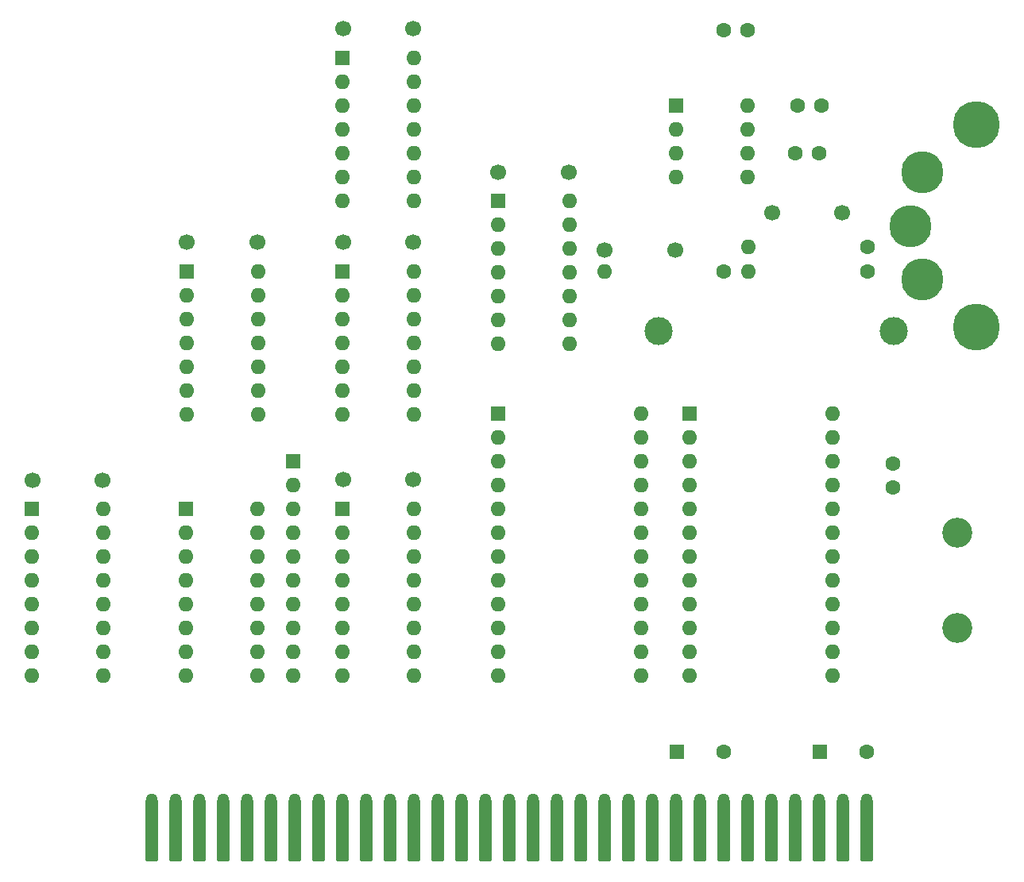
<source format=gts>
G04 #@! TF.GenerationSoftware,KiCad,Pcbnew,8.0.9*
G04 #@! TF.CreationDate,2025-03-24T20:53:25+01:00*
G04 #@! TF.ProjectId,Mindscape_Music_Board,4d696e64-7363-4617-9065-5f4d75736963,rev?*
G04 #@! TF.SameCoordinates,Original*
G04 #@! TF.FileFunction,Soldermask,Top*
G04 #@! TF.FilePolarity,Negative*
%FSLAX46Y46*%
G04 Gerber Fmt 4.6, Leading zero omitted, Abs format (unit mm)*
G04 Created by KiCad (PCBNEW 8.0.9) date 2025-03-24 20:53:25*
%MOMM*%
%LPD*%
G01*
G04 APERTURE LIST*
G04 Aperture macros list*
%AMRoundRect*
0 Rectangle with rounded corners*
0 $1 Rounding radius*
0 $2 $3 $4 $5 $6 $7 $8 $9 X,Y pos of 4 corners*
0 Add a 4 corners polygon primitive as box body*
4,1,4,$2,$3,$4,$5,$6,$7,$8,$9,$2,$3,0*
0 Add four circle primitives for the rounded corners*
1,1,$1+$1,$2,$3*
1,1,$1+$1,$4,$5*
1,1,$1+$1,$6,$7*
1,1,$1+$1,$8,$9*
0 Add four rect primitives between the rounded corners*
20,1,$1+$1,$2,$3,$4,$5,0*
20,1,$1+$1,$4,$5,$6,$7,0*
20,1,$1+$1,$6,$7,$8,$9,0*
20,1,$1+$1,$8,$9,$2,$3,0*%
G04 Aperture macros list end*
%ADD10C,1.600000*%
%ADD11R,1.600000X1.600000*%
%ADD12C,5.000000*%
%ADD13C,4.500000*%
%ADD14O,1.600000X1.600000*%
%ADD15C,1.300000*%
%ADD16RoundRect,0.065000X-0.585000X-3.235000X0.585000X-3.235000X0.585000X3.235000X-0.585000X3.235000X0*%
%ADD17C,3.200000*%
%ADD18C,1.700000*%
%ADD19C,3.000000*%
G04 APERTURE END LIST*
D10*
X146770000Y-67220000D03*
X149270000Y-67220000D03*
X157140000Y-102860000D03*
X157140000Y-100360000D03*
X141615113Y-54150000D03*
X139115113Y-54150000D03*
X147000000Y-62160000D03*
X149500000Y-62160000D03*
D11*
X149330000Y-131050000D03*
D10*
X154330000Y-131050000D03*
D11*
X134090000Y-131050000D03*
D10*
X139090000Y-131050000D03*
D12*
X166020000Y-64195000D03*
X166020000Y-85785000D03*
D13*
X160305000Y-69275000D03*
X159035000Y-74990000D03*
X160305000Y-80705000D03*
D11*
X135430000Y-94980000D03*
D14*
X135430000Y-97520000D03*
X135430000Y-100060000D03*
X135430000Y-102600000D03*
X135430000Y-105140000D03*
X135430000Y-107680000D03*
X135430000Y-110220000D03*
X135430000Y-112760000D03*
X135430000Y-115300000D03*
X135430000Y-117840000D03*
X135430000Y-120380000D03*
X135430000Y-122920000D03*
X150670000Y-122920000D03*
X150670000Y-120380000D03*
X150670000Y-117840000D03*
X150670000Y-115300000D03*
X150670000Y-112760000D03*
X150670000Y-110220000D03*
X150670000Y-107680000D03*
X150670000Y-105140000D03*
X150670000Y-102600000D03*
X150670000Y-100060000D03*
X150670000Y-97520000D03*
X150670000Y-94980000D03*
D11*
X115040000Y-94980000D03*
D14*
X115040000Y-97520000D03*
X115040000Y-100060000D03*
X115040000Y-102600000D03*
X115040000Y-105140000D03*
X115040000Y-107680000D03*
X115040000Y-110220000D03*
X115040000Y-112760000D03*
X115040000Y-115300000D03*
X115040000Y-117840000D03*
X115040000Y-120380000D03*
X115040000Y-122920000D03*
X130280000Y-122920000D03*
X130280000Y-120380000D03*
X130280000Y-117840000D03*
X130280000Y-115300000D03*
X130280000Y-112760000D03*
X130280000Y-110220000D03*
X130280000Y-107680000D03*
X130280000Y-105140000D03*
X130280000Y-102600000D03*
X130280000Y-100060000D03*
X130280000Y-97520000D03*
X130280000Y-94980000D03*
D15*
X154370000Y-136145000D03*
D16*
X154370000Y-139420000D03*
D15*
X151830000Y-136145000D03*
D16*
X151830000Y-139420000D03*
D15*
X149290000Y-136145000D03*
D16*
X149290000Y-139420000D03*
D15*
X146750000Y-136145000D03*
D16*
X146750000Y-139420000D03*
D15*
X144210000Y-136145000D03*
D16*
X144210000Y-139420000D03*
D15*
X141670000Y-136145000D03*
D16*
X141670000Y-139420000D03*
D15*
X139130000Y-136145000D03*
D16*
X139130000Y-139420000D03*
D15*
X136590000Y-136145000D03*
D16*
X136590000Y-139420000D03*
D15*
X134050000Y-136145000D03*
D16*
X134050000Y-139420000D03*
D15*
X131510000Y-136145000D03*
D16*
X131510000Y-139420000D03*
D15*
X128970000Y-136145000D03*
D16*
X128970000Y-139420000D03*
D15*
X126430000Y-136145000D03*
D16*
X126430000Y-139420000D03*
D15*
X123890000Y-136145000D03*
D16*
X123890000Y-139420000D03*
D15*
X121350000Y-136145000D03*
D16*
X121350000Y-139420000D03*
D15*
X118810000Y-136145000D03*
D16*
X118810000Y-139420000D03*
D15*
X116270000Y-136145000D03*
D16*
X116270000Y-139420000D03*
D15*
X113730000Y-136145000D03*
D16*
X113730000Y-139420000D03*
D15*
X111190000Y-136145000D03*
D16*
X111190000Y-139420000D03*
D15*
X108650000Y-136145000D03*
D16*
X108650000Y-139420000D03*
D15*
X106110000Y-136145000D03*
D16*
X106110000Y-139420000D03*
D15*
X103570000Y-136145000D03*
D16*
X103570000Y-139420000D03*
D15*
X101030000Y-136145000D03*
D16*
X101030000Y-139420000D03*
D15*
X98490000Y-136145000D03*
D16*
X98490000Y-139420000D03*
D15*
X95950000Y-136145000D03*
D16*
X95950000Y-139420000D03*
D15*
X93410000Y-136145000D03*
D16*
X93410000Y-139420000D03*
D15*
X90870000Y-136145000D03*
D16*
X90870000Y-139420000D03*
D15*
X88330000Y-136145000D03*
D16*
X88330000Y-139420000D03*
D15*
X85790000Y-136145000D03*
D16*
X85790000Y-139420000D03*
D15*
X83250000Y-136145000D03*
D16*
X83250000Y-139420000D03*
D15*
X80710000Y-136145000D03*
D16*
X80710000Y-139420000D03*
D15*
X78170000Y-136145000D03*
D16*
X78170000Y-139420000D03*
D17*
X164010000Y-117860000D03*
X164010000Y-107700000D03*
D11*
X81790000Y-105140000D03*
D14*
X81790000Y-107680000D03*
X81790000Y-110220000D03*
X81790000Y-112760000D03*
X81790000Y-115300000D03*
X81790000Y-117840000D03*
X81790000Y-120380000D03*
X81790000Y-122920000D03*
X89410000Y-122920000D03*
X89410000Y-120380000D03*
X89410000Y-117840000D03*
X89410000Y-115300000D03*
X89410000Y-112760000D03*
X89410000Y-110220000D03*
X89410000Y-107680000D03*
X89410000Y-105140000D03*
D18*
X89400000Y-76760000D03*
X81900000Y-76760000D03*
D10*
X139140000Y-79890000D03*
D14*
X126440000Y-79890000D03*
D18*
X72930000Y-102100000D03*
X65430000Y-102100000D03*
D11*
X134030000Y-62140000D03*
D14*
X134030000Y-64680000D03*
X134030000Y-67220000D03*
X134030000Y-69760000D03*
X141650000Y-69760000D03*
X141650000Y-67220000D03*
X141650000Y-64680000D03*
X141650000Y-62140000D03*
D19*
X132200000Y-86160000D03*
X157200000Y-86160000D03*
D11*
X65380000Y-105140000D03*
D14*
X65380000Y-107680000D03*
X65380000Y-110220000D03*
X65380000Y-112760000D03*
X65380000Y-115300000D03*
X65380000Y-117840000D03*
X65380000Y-120380000D03*
X65380000Y-122920000D03*
X73000000Y-122920000D03*
X73000000Y-120380000D03*
X73000000Y-117840000D03*
X73000000Y-115300000D03*
X73000000Y-112760000D03*
X73000000Y-110220000D03*
X73000000Y-107680000D03*
X73000000Y-105140000D03*
D18*
X151760000Y-73560000D03*
X144260000Y-73560000D03*
D11*
X98480000Y-57065000D03*
D14*
X98480000Y-59605000D03*
X98480000Y-62145000D03*
X98480000Y-64685000D03*
X98480000Y-67225000D03*
X98480000Y-69765000D03*
X98480000Y-72305000D03*
X106100000Y-72305000D03*
X106100000Y-69765000D03*
X106100000Y-67225000D03*
X106100000Y-64685000D03*
X106100000Y-62145000D03*
X106100000Y-59605000D03*
X106100000Y-57065000D03*
D18*
X126440000Y-77540000D03*
X133940000Y-77540000D03*
X106030000Y-102030000D03*
X98530000Y-102030000D03*
D11*
X98480000Y-105140000D03*
D14*
X98480000Y-107680000D03*
X98480000Y-110220000D03*
X98480000Y-112760000D03*
X98480000Y-115300000D03*
X98480000Y-117840000D03*
X98480000Y-120380000D03*
X98480000Y-122920000D03*
X106100000Y-122920000D03*
X106100000Y-120380000D03*
X106100000Y-117840000D03*
X106100000Y-115300000D03*
X106100000Y-112760000D03*
X106100000Y-110220000D03*
X106100000Y-107680000D03*
X106100000Y-105140000D03*
D11*
X93230000Y-100060000D03*
D14*
X93230000Y-102600000D03*
X93230000Y-105140000D03*
X93230000Y-107680000D03*
X93230000Y-110220000D03*
X93230000Y-112760000D03*
X93230000Y-115300000D03*
X93230000Y-117840000D03*
X93230000Y-120380000D03*
X93230000Y-122920000D03*
D10*
X154430000Y-77190000D03*
D14*
X141730000Y-77190000D03*
D11*
X115040000Y-72290000D03*
D14*
X115040000Y-74830000D03*
X115040000Y-77370000D03*
X115040000Y-79910000D03*
X115040000Y-82450000D03*
X115040000Y-84990000D03*
X115040000Y-87530000D03*
X122660000Y-87530000D03*
X122660000Y-84990000D03*
X122660000Y-82450000D03*
X122660000Y-79910000D03*
X122660000Y-77370000D03*
X122660000Y-74830000D03*
X122660000Y-72290000D03*
D11*
X98480000Y-79855000D03*
D14*
X98480000Y-82395000D03*
X98480000Y-84935000D03*
X98480000Y-87475000D03*
X98480000Y-90015000D03*
X98480000Y-92555000D03*
X98480000Y-95095000D03*
X106100000Y-95095000D03*
X106100000Y-92555000D03*
X106100000Y-90015000D03*
X106100000Y-87475000D03*
X106100000Y-84935000D03*
X106100000Y-82395000D03*
X106100000Y-79855000D03*
D18*
X122590000Y-69300000D03*
X115090000Y-69300000D03*
D10*
X154425000Y-79890000D03*
D14*
X141725000Y-79890000D03*
D11*
X81850000Y-79855000D03*
D14*
X81850000Y-82395000D03*
X81850000Y-84935000D03*
X81850000Y-87475000D03*
X81850000Y-90015000D03*
X81850000Y-92555000D03*
X81850000Y-95095000D03*
X89470000Y-95095000D03*
X89470000Y-92555000D03*
X89470000Y-90015000D03*
X89470000Y-87475000D03*
X89470000Y-84935000D03*
X89470000Y-82395000D03*
X89470000Y-79855000D03*
D18*
X106030000Y-76760000D03*
X98530000Y-76760000D03*
X106030000Y-53980000D03*
X98530000Y-53980000D03*
M02*

</source>
